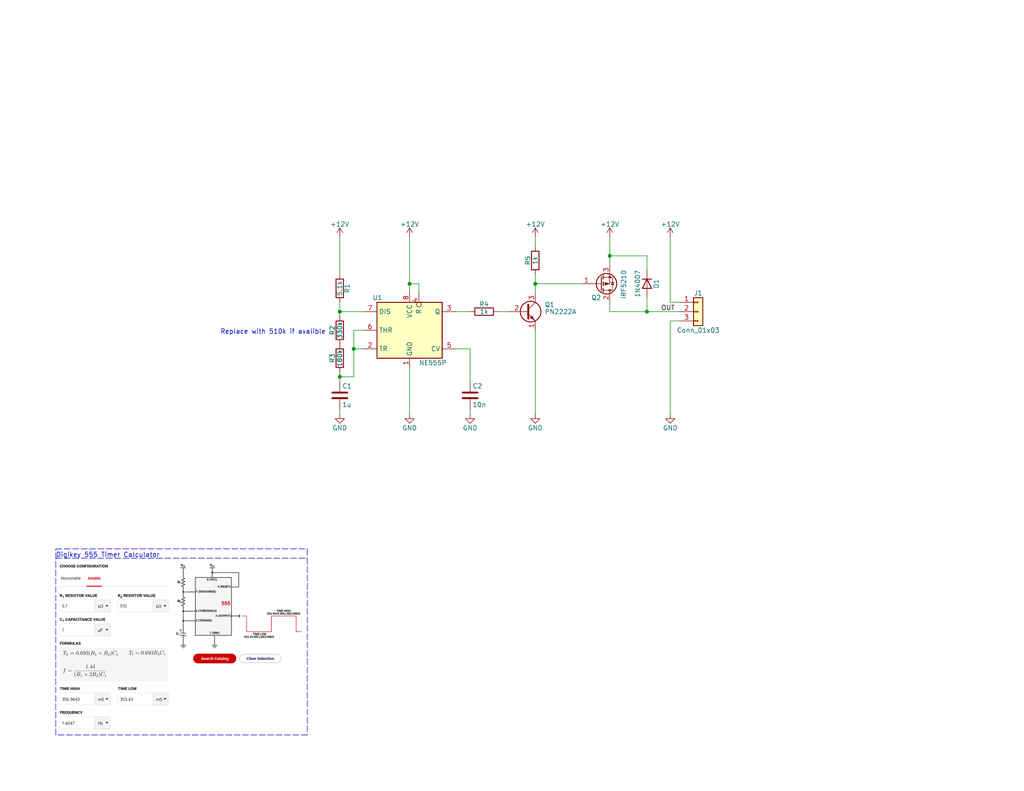
<source format=kicad_sch>
(kicad_sch (version 20211123) (generator eeschema)
  (paper "A")
  (title_block (title "Electronic Flasher Relay") (date "2022-07-21") (company "erry Leumas"))
  (lib_symbols
    (symbol "Connector_Generic:Conn_01x03" (pin_names (offset 1.016) hide)
      (property "Reference" "J" (at 0 5.08 0))
      (property "Value" "Conn_01x03" (at 0 -5.08 0))
      (symbol "Conn_01x03_1_1"
        (rectangle (start -1.27 -2.413) (end 0 -2.667) (stroke (width 0.1524)))
        (rectangle (start -1.27 0.127) (end 0 -0.127) (stroke (width 0.1524)))
        (rectangle (start -1.27 2.667) (end 0 2.413) (stroke (width 0.1524)))
        (rectangle (start -1.27 3.81) (end 1.27 -3.81) (stroke (width 0.254)) (fill (type background)))
        (pin passive line (at -5.08 2.54 0) (length 3.81) (name "Pin_1") (number "1"))
        (pin passive line (at -5.08 0 0) (length 3.81) (name "Pin_2") (number "2"))
        (pin passive line (at -5.08 -2.54 0) (length 3.81) (name "Pin_3") (number "3"))
      )
    )
    (symbol "Device:C" (pin_numbers hide) (pin_names (offset 0.254))
      (property "Reference" "C" (at 0.635 2.54 0))
      (property "Value" "C" (at 0.635 -2.54 0))
      (symbol "C_0_1"
        (polyline (pts (xy -2.032 -0.762) (xy 2.032 -0.762)) (stroke (width 0.508)))
        (polyline (pts (xy -2.032 0.762) (xy 2.032 0.762)) (stroke (width 0.508)))
      )
      (symbol "C_1_1"
        (pin passive line (at 0 3.81 270) (length 2.794) (name "~") (number "1"))
        (pin passive line (at 0 -3.81 90) (length 2.794) (name "~") (number "2"))
      )
    )
    (symbol "Device:Q_PMOS_GDS" (pin_names (offset 0) hide)
      (property "Reference" "Q" (at 5.08 1.27 0))
      (property "Value" "Q_PMOS_GDS" (at 5.08 -1.27 0))
      (symbol "Q_PMOS_GDS_0_1"
        (polyline (pts (xy 0.254 0) (xy -2.54 0)))
        (polyline (pts (xy 0.254 1.905) (xy 0.254 -1.905)) (stroke (width 0.254)))
        (polyline (pts (xy 0.762 -1.27) (xy 0.762 -2.286)) (stroke (width 0.254)))
        (polyline (pts (xy 0.762 0.508) (xy 0.762 -0.508)) (stroke (width 0.254)))
        (polyline (pts (xy 0.762 2.286) (xy 0.762 1.27)) (stroke (width 0.254)))
        (polyline (pts (xy 2.54 2.54) (xy 2.54 1.778)))
        (polyline (pts (xy 2.54 -2.54) (xy 2.54 0) (xy 0.762 0)))
        (polyline (pts (xy 0.762 1.778) (xy 3.302 1.778) (xy 3.302 -1.778) (xy 0.762 -1.778)))
        (polyline (pts (xy 2.286 0) (xy 1.27 0.381) (xy 1.27 -0.381) (xy 2.286 0)) (fill (type outline)))
        (polyline (pts (xy 2.794 -0.508) (xy 2.921 -0.381) (xy 3.683 -0.381) (xy 3.81 -0.254)))
        (polyline (pts (xy 3.302 -0.381) (xy 2.921 0.254) (xy 3.683 0.254) (xy 3.302 -0.381)))
        (circle (center 1.651 0) (radius 2.794) (stroke (width 0.254)))
        (circle (center 2.54 -1.778) (radius 0.254) (fill (type outline)))
        (circle (center 2.54 1.778) (radius 0.254) (fill (type outline)))
      )
      (symbol "Q_PMOS_GDS_1_1"
        (pin input line (at -5.08 0 0) (length 2.54) (name "G") (number "1"))
        (pin passive line (at 2.54 5.08 270) (length 2.54) (name "D") (number "2"))
        (pin passive line (at 2.54 -5.08 90) (length 2.54) (name "S") (number "3"))
      )
    )
    (symbol "Device:R" (pin_numbers hide) (pin_names (offset 0))
      (property "Reference" "R" (at 2.032 0 90))
      (property "Value" "R" (at 0 0 90))
      (symbol "R_0_1"
        (rectangle (start -1.016 -2.54) (end 1.016 2.54) (stroke (width 0.254)))
      )
      (symbol "R_1_1"
        (pin passive line (at 0 3.81 270) (length 1.27) (name "~") (number "1"))
        (pin passive line (at 0 -3.81 90) (length 1.27) (name "~") (number "2"))
      )
    )
    (symbol "Diode:1N4007" (pin_numbers hide) (pin_names (offset 1.016) hide)
      (property "Reference" "D" (at 0 2.54 0))
      (property "Value" "1N4007" (at 0 -2.54 0))
      (symbol "1N4007_0_1"
        (polyline (pts (xy -1.27 1.27) (xy -1.27 -1.27)) (stroke (width 0.254)))
        (polyline (pts (xy 1.27 0) (xy -1.27 0)))
        (polyline (pts (xy 1.27 1.27) (xy 1.27 -1.27) (xy -1.27 0) (xy 1.27 1.27)) (stroke (width 0.254)))
      )
      (symbol "1N4007_1_1"
        (pin passive line (at -3.81 0 0) (length 2.54) (name "K") (number "1"))
        (pin passive line (at 3.81 0 180) (length 2.54) (name "A") (number "2"))
      )
    )
    (symbol "Transistor_BJT:PN2222A" (pin_names (offset 0) hide)
      (property "Reference" "Q" (at 5.08 1.905 0))
      (property "Value" "PN2222A" (at 5.08 0 0))
      (symbol "PN2222A_0_1"
        (polyline (pts (xy 0 0) (xy 0.635 0)))
        (polyline (pts (xy 2.54 -2.54) (xy 0.635 -0.635)))
        (polyline (pts (xy 2.54 2.54) (xy 0.635 0.635)))
        (polyline (pts (xy 0.635 1.905) (xy 0.635 -1.905) (xy 0.635 -1.905)) (stroke (width 0.508)))
        (polyline (pts (xy 2.413 -2.413) (xy 1.905 -1.905) (xy 1.905 -1.905)))
        (polyline (pts (xy 1.143 -1.651) (xy 1.651 -1.143) (xy 2.159 -2.159) (xy 1.143 -1.651) (xy 1.143 -1.651)) (fill (type outline)))
        (circle (center 1.27 0) (radius 2.8194) (stroke (width 0.254)))
      )
      (symbol "PN2222A_1_1"
        (pin passive line (at 2.54 -5.08 90) (length 2.54) (name "E") (number "1"))
        (pin input line (at -5.08 0 0) (length 5.08) (name "B") (number "2"))
        (pin passive line (at 2.54 5.08 270) (length 2.54) (name "C") (number "3"))
      )
    )
    (symbol "pl_555:NE555P_astable"
      (property "Reference" "U" (at -10.16 8.89 0))
      (property "Value" "NE555P_astable" (at 2.54 -8.89 0))
      (symbol "NE555P_astable_0_0"
        (pin power_in line (at 0 -10.16 90) (length 2.54) (name "GND") (number "1"))
        (pin power_in line (at 0 10.16 270) (length 2.54) (name "VCC") (number "8"))
      )
      (symbol "NE555P_astable_0_1"
        (rectangle (start -8.89 -7.62) (end 8.89 7.62) (stroke (width 0.254)) (fill (type background)))
        (rectangle (start -8.89 -7.62) (end 8.89 7.62) (stroke (width 0.254)) (fill (type background)))
      )
      (symbol "NE555P_astable_1_1"
        (pin input line (at -12.7 -5.08 0) (length 3.81) (name "TR") (number "2"))
        (pin output line (at 12.7 5.08 180) (length 3.81) (name "Q") (number "3"))
        (pin input inverted (at 2.54 10.16 270) (length 3.81) (name "R") (number "4"))
        (pin input line (at 12.7 -5.08 180) (length 3.81) (name "CV") (number "5"))
        (pin input line (at -12.7 0 0) (length 3.81) (name "THR") (number "6"))
        (pin input line (at -12.7 5.08 0) (length 3.81) (name "DIS") (number "7"))
      )
    )
    (symbol "power:+12V" (power) (pin_names (offset 0))
      (property "Value" "+12V" (at 0 3.556 0))
      (symbol "+12V_0_1"
        (polyline (pts (xy -0.762 1.27) (xy 0 2.54)))
        (polyline (pts (xy 0 0) (xy 0 2.54)))
        (polyline (pts (xy 0 2.54) (xy 0.762 1.27)))
      )
      (symbol "+12V_1_1"
        (pin power_in line (at 0 0 90) (length 0) hide (name "+12V") (number "1"))
      )
    )
    (symbol "power:GND" (power) (pin_names (offset 0))
      (property "Value" "GND" (at 0 -3.81 0))
      (symbol "GND_0_1"
        (polyline (pts (xy 0 0) (xy 0 -1.27) (xy 1.27 -1.27) (xy 0 -2.54) (xy -1.27 -1.27) (xy 0 -1.27)))
      )
      (symbol "GND_1_1"
        (pin power_in line (at 0 0 270) (length 0) hide (name "GND") (number "1"))
      )
    )
  )
  (junction (at 111.76 77.47))
  (junction (at 176.53 85.09))
  (junction (at 96.52 95.25))
  (junction (at 92.71 85.09))
  (junction (at 146.05 77.47))
  (junction (at 92.71 102.87))
  (junction (at 166.37 69.85))
  (wire (pts (xy 92.71 85.09) (xy 92.71 86.36)))
  (polyline (pts (xy 15.24 152.4) (xy 83.82 152.4)))
  (wire (pts (xy 176.53 73.66) (xy 176.53 69.85)))
  (wire (pts (xy 111.76 64.77) (xy 111.76 77.47)))
  (wire (pts (xy 92.71 82.55) (xy 92.71 85.09)))
  (wire (pts (xy 92.71 101.6) (xy 92.71 102.87)))
  (wire (pts (xy 111.76 100.33) (xy 111.76 113.03)))
  (wire (pts (xy 166.37 69.85) (xy 166.37 72.39)))
  (wire (pts (xy 182.88 82.55) (xy 185.42 82.55)))
  (wire (pts (xy 135.89 85.09) (xy 138.43 85.09)))
  (wire (pts (xy 96.52 102.87) (xy 92.71 102.87)))
  (wire (pts (xy 128.27 95.25) (xy 128.27 104.14)))
  (wire (pts (xy 166.37 85.09) (xy 176.53 85.09)))
  (wire (pts (xy 176.53 85.09) (xy 185.42 85.09)))
  (wire (pts (xy 114.3 80.01) (xy 114.3 77.47)))
  (wire (pts (xy 124.46 95.25) (xy 128.27 95.25)))
  (polyline (pts (xy 15.24 149.86) (xy 83.82 149.86)))
  (wire (pts (xy 99.06 90.17) (xy 96.52 90.17)))
  (polyline (pts (xy 15.24 200.66) (xy 15.24 149.86)))
  (wire (pts (xy 146.05 77.47) (xy 146.05 80.01)))
  (wire (pts (xy 146.05 90.17) (xy 146.05 113.03)))
  (wire (pts (xy 176.53 69.85) (xy 166.37 69.85)))
  (polyline (pts (xy 83.82 200.66) (xy 15.24 200.66)))
  (wire (pts (xy 111.76 77.47) (xy 114.3 77.47)))
  (wire (pts (xy 128.27 111.76) (xy 128.27 113.03)))
  (wire (pts (xy 96.52 95.25) (xy 99.06 95.25)))
  (wire (pts (xy 146.05 74.93) (xy 146.05 77.47)))
  (wire (pts (xy 96.52 90.17) (xy 96.52 95.25)))
  (wire (pts (xy 124.46 85.09) (xy 128.27 85.09)))
  (wire (pts (xy 92.71 85.09) (xy 99.06 85.09)))
  (polyline (pts (xy 83.82 152.4) (xy 83.82 200.66)))
  (wire (pts (xy 166.37 82.55) (xy 166.37 85.09)))
  (wire (pts (xy 96.52 95.25) (xy 96.52 102.87)))
  (wire (pts (xy 111.76 77.47) (xy 111.76 80.01)))
  (wire (pts (xy 166.37 64.77) (xy 166.37 69.85)))
  (wire (pts (xy 182.88 87.63) (xy 182.88 113.03)))
  (wire (pts (xy 146.05 77.47) (xy 158.75 77.47)))
  (wire (pts (xy 182.88 64.77) (xy 182.88 82.55)))
  (wire (pts (xy 92.71 102.87) (xy 92.71 104.14)))
  (wire (pts (xy 92.71 64.77) (xy 92.71 74.93)))
  (wire (pts (xy 92.71 111.76) (xy 92.71 113.03)))
  (wire (pts (xy 146.05 64.77) (xy 146.05 67.31)))
  (polyline (pts (xy 83.82 149.86) (xy 83.82 152.4)))
  (wire (pts (xy 176.53 81.28) (xy 176.53 85.09)))
  (wire (pts (xy 185.42 87.63) (xy 182.88 87.63)))
  (image (at 49.53 176.53))
  (text "Digikey 555 Timer Calculator" (at 15.24 152.4 0) (effects (font (size 1.27 1.27)) (justify left bottom)))
  (text "Replace with 510k if avalible" (at 88.9 91.44 180) (effects (font (size 1.27 1.27)) (justify right bottom)))
  (label "OUT" (at 180.34 85.09 0))
  (symbol (lib_id "Device:C") (at 92.71 107.95 0) (unit 1)
    (property "Reference" "C1" (at 93.345 105.41 0) (effects (justify left)))
    (property "Value" "1u" (at 93.345 110.49 0) (effects (justify left)))
    (property "Footprint" "Capacitor_SMD:C_1206_3216Metric_Pad1.33x1.80mm_HandSolder" (effects hide))
  )
  (symbol (lib_id "Device:R") (at 146.05 71.12 180) (unit 1)
    (property "Reference" "R5" (at 144.018 71.12 90))
    (property "Value" "1k" (at 146.05 71.12 90))
    (property "Footprint" "Resistor_THT:R_Axial_DIN0207_L6.3mm_D2.5mm_P10.16mm_Horizontal" (effects hide))
  )
  (symbol (lib_id "power:+12V") (at 111.76 64.77 0) (unit 1)
    (property "Reference" "#PWR03" (effects hide))
    (property "Value" "+12V" (at 111.76 61.214 0))
  )
  (symbol (lib_id "Device:C") (at 128.27 107.95 0) (unit 1)
    (property "Reference" "C2" (at 128.905 105.41 0) (effects (justify left)))
    (property "Value" "10n" (at 128.905 110.49 0) (effects (justify left)))
    (property "Footprint" "Capacitor_SMD:C_0805_2012Metric_Pad1.18x1.45mm_HandSolder" (effects hide))
  )
  (symbol (lib_id "power:+12V") (at 182.88 64.77 0) (unit 1)
    (property "Reference" "#PWR09" (effects hide))
    (property "Value" "+12V" (at 182.88 61.214 0))
  )
  (symbol (lib_id "Device:R") (at 92.71 97.79 180) (unit 1)
    (property "Reference" "R3" (at 90.678 97.79 90))
    (property "Value" "180k" (at 92.71 97.79 90))
    (property "Footprint" "Resistor_THT:R_Axial_DIN0207_L6.3mm_D2.5mm_P10.16mm_Horizontal" (effects hide))
  )
  (symbol (lib_id "power:GND") (at 111.76 113.03 0) (unit 1)
    (property "Reference" "#PWR04" (effects hide))
    (property "Value" "GND" (at 111.76 116.84 0))
  )
  (symbol (lib_id "Connector_Generic:Conn_01x03") (at 190.5 85.09 0) (unit 1)
    (property "Reference" "J1" (at 190.5 80.01 0))
    (property "Value" "Conn_01x03" (at 190.5 90.17 0))
    (property "Footprint" "Connector_Wire:SolderWire-2.5sqmm_1x03_P7.2mm_D2.4mm_OD3.6mm" (effects hide))
  )
  (symbol (lib_id "Diode:1N4007") (at 176.53 77.47 270) (unit 1)
    (property "Reference" "D1" (at 179.07 77.47 0))
    (property "Value" "1N4007" (at 173.99 77.47 0))
    (property "Footprint" "Diode_THT:D_DO-41_SOD81_P10.16mm_Horizontal" (effects hide))
    (property "Datasheet" "http://www.vishay.com/docs/88503/1n4001.pdf" (effects hide))
  )
  (symbol (lib_id "power:+12V") (at 166.37 64.77 0) (unit 1)
    (property "Reference" "#PWR08" (effects hide))
    (property "Value" "+12V" (at 166.37 61.214 0))
  )
  (symbol (lib_id "Device:R") (at 92.71 90.17 180) (unit 1)
    (property "Reference" "R2" (at 90.678 90.17 90))
    (property "Value" "330k" (at 92.71 90.17 90))
    (property "Footprint" "Resistor_THT:R_Axial_DIN0207_L6.3mm_D2.5mm_P10.16mm_Horizontal" (effects hide))
  )
  (symbol (lib_id "Device:R") (at 132.08 85.09 90) (unit 1)
    (property "Reference" "R4" (at 132.08 83.058 90))
    (property "Value" "1k" (at 132.08 85.09 90))
    (property "Footprint" "Resistor_THT:R_Axial_DIN0207_L6.3mm_D2.5mm_P10.16mm_Horizontal" (effects hide))
  )
  (symbol (lib_id "Device:Q_PMOS_GDS") (at 163.83 77.47 0) (mirror x) (unit 1)
    (property "Reference" "Q2" (at 161.29 81.28 0) (effects (justify left)))
    (property "Value" "IRF5210" (at 170.18 73.66 90) (effects (justify left)))
    (property "Footprint" "Package_TO_SOT_THT:TO-220-3_Vertical" (effects hide))
  )
  (symbol (lib_id "Device:R") (at 92.71 78.74 0) (unit 1)
    (property "Reference" "R1" (at 94.742 78.74 90))
    (property "Value" "5.1k" (at 92.71 78.74 90))
    (property "Footprint" "Resistor_THT:R_Axial_DIN0207_L6.3mm_D2.5mm_P10.16mm_Horizontal" (effects hide))
  )
  (symbol (lib_id "power:GND") (at 128.27 113.03 0) (unit 1)
    (property "Reference" "#PWR05" (effects hide))
    (property "Value" "GND" (at 128.27 116.84 0))
  )
  (symbol (lib_id "pl_555:NE555P_astable") (at 111.76 90.17 0) (unit 1)
    (property "Reference" "U1" (at 101.6 81.28 0) (effects (justify left)))
    (property "Value" "NE555P" (at 114.3 99.06 0) (effects (justify left)))
    (property "Footprint" "Package_DIP:DIP-8_W7.62mm" (effects hide))
    (property "Datasheet" "http://www.ti.com/lit/ds/symlink/ne555.pdf" (effects hide))
  )
  (symbol (lib_id "Transistor_BJT:PN2222A") (at 143.51 85.09 0) (unit 1)
    (property "Reference" "Q1" (at 148.59 83.185 0) (effects (justify left)))
    (property "Value" "PN2222A" (at 148.59 85.09 0) (effects (justify left)))
    (property "Footprint" "Package_TO_SOT_THT:TO-92_Inline_Wide" (effects hide))
    (property "Datasheet" "https://www.onsemi.com/pub/Collateral/PN2222-D.PDF" (effects hide))
  )
  (symbol (lib_id "power:+12V") (at 92.71 64.77 0) (unit 1)
    (property "Reference" "#PWR01" (effects hide))
    (property "Value" "+12V" (at 92.71 61.214 0))
  )
  (symbol (lib_id "power:GND") (at 182.88 113.03 0) (unit 1)
    (property "Reference" "#PWR010" (effects hide))
    (property "Value" "GND" (at 182.88 116.84 0))
  )
  (symbol (lib_id "power:+12V") (at 146.05 64.77 0) (unit 1)
    (property "Reference" "#PWR06" (effects hide))
    (property "Value" "+12V" (at 146.05 61.214 0))
  )
  (symbol (lib_id "power:GND") (at 146.05 113.03 0) (unit 1)
    (property "Reference" "#PWR07" (effects hide))
    (property "Value" "GND" (at 146.05 116.84 0))
  )
  (symbol (lib_id "power:GND") (at 92.71 113.03 0) (unit 1)
    (property "Reference" "#PWR02" (effects hide))
    (property "Value" "GND" (at 92.71 116.84 0))
  )
)
</source>
